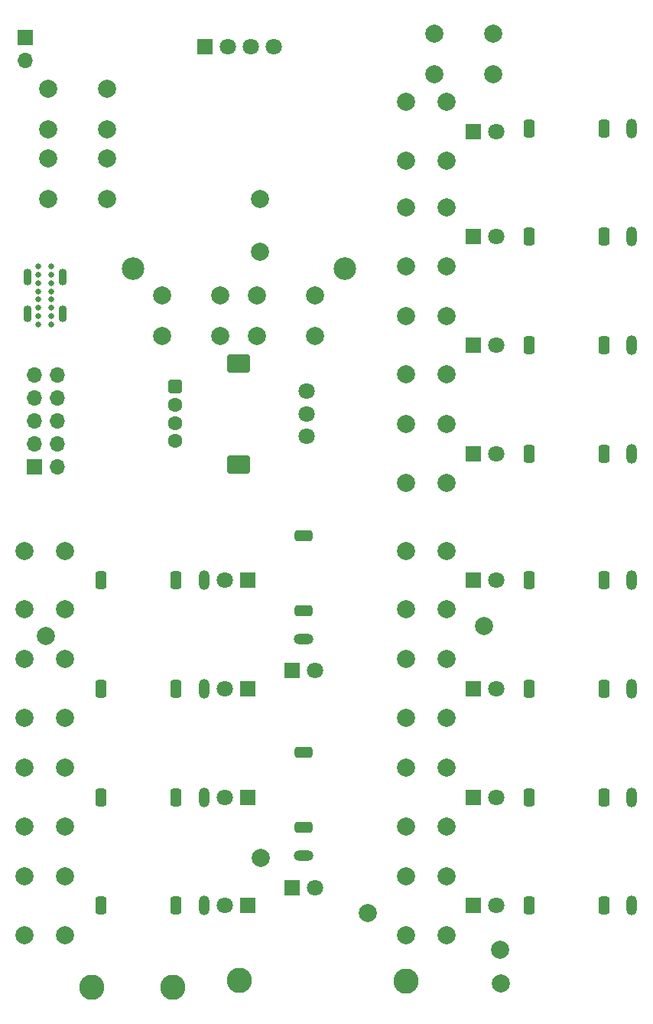
<source format=gbr>
%TF.GenerationSoftware,KiCad,Pcbnew,8.0.5*%
%TF.CreationDate,2025-01-19T15:26:33-08:00*%
%TF.ProjectId,main_board,6d61696e-5f62-46f6-9172-642e6b696361,1.0*%
%TF.SameCoordinates,Original*%
%TF.FileFunction,Soldermask,Top*%
%TF.FilePolarity,Negative*%
%FSLAX46Y46*%
G04 Gerber Fmt 4.6, Leading zero omitted, Abs format (unit mm)*
G04 Created by KiCad (PCBNEW 8.0.5) date 2025-01-19 15:26:33*
%MOMM*%
%LPD*%
G01*
G04 APERTURE LIST*
G04 Aperture macros list*
%AMRoundRect*
0 Rectangle with rounded corners*
0 $1 Rounding radius*
0 $2 $3 $4 $5 $6 $7 $8 $9 X,Y pos of 4 corners*
0 Add a 4 corners polygon primitive as box body*
4,1,4,$2,$3,$4,$5,$6,$7,$8,$9,$2,$3,0*
0 Add four circle primitives for the rounded corners*
1,1,$1+$1,$2,$3*
1,1,$1+$1,$4,$5*
1,1,$1+$1,$6,$7*
1,1,$1+$1,$8,$9*
0 Add four rect primitives between the rounded corners*
20,1,$1+$1,$2,$3,$4,$5,0*
20,1,$1+$1,$4,$5,$6,$7,0*
20,1,$1+$1,$6,$7,$8,$9,0*
20,1,$1+$1,$8,$9,$2,$3,0*%
G04 Aperture macros list end*
%ADD10R,1.800000X1.800000*%
%ADD11C,1.800000*%
%ADD12C,2.000000*%
%ADD13O,1.200000X2.200000*%
%ADD14RoundRect,0.300000X0.300000X-0.700000X0.300000X0.700000X-0.300000X0.700000X-0.300000X-0.700000X0*%
%ADD15O,2.200000X1.200000*%
%ADD16RoundRect,0.300000X-0.700000X-0.300000X0.700000X-0.300000X0.700000X0.300000X-0.700000X0.300000X0*%
%ADD17RoundRect,0.400000X0.400000X-0.400000X0.400000X0.400000X-0.400000X0.400000X-0.400000X-0.400000X0*%
%ADD18C,1.600000*%
%ADD19RoundRect,0.217391X1.032609X0.782609X-1.032609X0.782609X-1.032609X-0.782609X1.032609X-0.782609X0*%
%ADD20C,2.500000*%
%ADD21C,0.650000*%
%ADD22RoundRect,0.360000X-0.090000X0.540000X-0.090000X-0.540000X0.090000X-0.540000X0.090000X0.540000X0*%
%ADD23C,2.800000*%
%ADD24R,1.700000X1.700000*%
%ADD25O,1.700000X1.700000*%
G04 APERTURE END LIST*
D10*
X101720000Y-124000000D03*
D11*
X104260000Y-124000000D03*
D12*
X103900000Y-56000000D03*
X97400000Y-56000000D03*
X103900000Y-51500000D03*
X97400000Y-51500000D03*
X94220000Y-139250000D03*
X94220000Y-132750000D03*
X98720000Y-139250000D03*
X98720000Y-132750000D03*
X94220000Y-151250000D03*
X94220000Y-144750000D03*
X98720000Y-151250000D03*
X98720000Y-144750000D03*
D13*
X119250000Y-148000000D03*
D14*
X107850000Y-148000000D03*
X116150000Y-148000000D03*
D12*
X94220000Y-65600000D03*
X94220000Y-59100000D03*
X98720000Y-65600000D03*
X98720000Y-59100000D03*
D10*
X101720000Y-62350000D03*
D11*
X104260000Y-62350000D03*
D12*
X94220000Y-127250000D03*
X94220000Y-120750000D03*
X98720000Y-127250000D03*
X98720000Y-120750000D03*
D10*
X101720000Y-148000000D03*
D11*
X104260000Y-148000000D03*
D12*
X61100000Y-62100000D03*
X54600000Y-62100000D03*
X61100000Y-57600000D03*
X54600000Y-57600000D03*
D10*
X101720000Y-74000000D03*
D11*
X104260000Y-74000000D03*
D13*
X119250000Y-62000000D03*
D14*
X107850000Y-62000000D03*
X116150000Y-62000000D03*
D12*
X94220000Y-89250000D03*
X94220000Y-82750000D03*
X98720000Y-89250000D03*
X98720000Y-82750000D03*
D15*
X82870000Y-118480000D03*
D16*
X82870000Y-107080000D03*
X82870000Y-115380000D03*
D12*
X61100000Y-69800000D03*
X54600000Y-69800000D03*
X61100000Y-65300000D03*
X54600000Y-65300000D03*
X52000000Y-151250000D03*
X52000000Y-144750000D03*
X56500000Y-151250000D03*
X56500000Y-144750000D03*
D17*
X68700000Y-90600000D03*
D18*
X68700000Y-96600000D03*
D19*
X75700000Y-88000000D03*
X75700000Y-99200000D03*
D11*
X83200000Y-96100000D03*
X83200000Y-91100000D03*
X83200000Y-93600000D03*
D18*
X68700000Y-92600000D03*
X68700000Y-94600000D03*
D10*
X76690000Y-112000000D03*
D11*
X74150000Y-112000000D03*
D12*
X94220000Y-115250000D03*
X94220000Y-108750000D03*
X98720000Y-115250000D03*
X98720000Y-108750000D03*
X52000000Y-115250000D03*
X52000000Y-108750000D03*
X56500000Y-115250000D03*
X56500000Y-108750000D03*
D10*
X81600000Y-146000000D03*
D11*
X84140000Y-146000000D03*
D15*
X82870000Y-142480000D03*
D16*
X82870000Y-131080000D03*
X82870000Y-139380000D03*
D10*
X81600000Y-122000000D03*
D11*
X84140000Y-122000000D03*
D12*
X52000000Y-139250000D03*
X52000000Y-132750000D03*
X56500000Y-139250000D03*
X56500000Y-132750000D03*
D20*
X64050000Y-77500000D03*
D13*
X119250000Y-112000000D03*
D14*
X107850000Y-112000000D03*
X116150000Y-112000000D03*
D10*
X76690000Y-136000000D03*
D11*
X74150000Y-136000000D03*
D10*
X101720000Y-136000000D03*
D11*
X104260000Y-136000000D03*
D10*
X76690000Y-124000000D03*
D11*
X74150000Y-124000000D03*
D13*
X71850000Y-112000000D03*
D14*
X60450000Y-112000000D03*
X68750000Y-112000000D03*
D10*
X101720000Y-98000000D03*
D11*
X104260000Y-98000000D03*
D13*
X71850000Y-124000000D03*
D14*
X60450000Y-124000000D03*
X68750000Y-124000000D03*
D13*
X71850000Y-136000000D03*
D14*
X60450000Y-136000000D03*
X68750000Y-136000000D03*
D13*
X119250000Y-136000000D03*
D14*
X107850000Y-136000000D03*
X116150000Y-136000000D03*
D12*
X94220000Y-101250000D03*
X94220000Y-94750000D03*
X98720000Y-101250000D03*
X98720000Y-94750000D03*
D20*
X87450000Y-77500000D03*
D10*
X101720000Y-86000000D03*
D11*
X104260000Y-86000000D03*
D13*
X119250000Y-86000000D03*
D14*
X107850000Y-86000000D03*
X116150000Y-86000000D03*
D12*
X94220000Y-77250000D03*
X94220000Y-70750000D03*
X98720000Y-77250000D03*
X98720000Y-70750000D03*
D13*
X119250000Y-124000000D03*
D14*
X107850000Y-124000000D03*
X116150000Y-124000000D03*
D13*
X119250000Y-98000000D03*
D14*
X107850000Y-98000000D03*
X116150000Y-98000000D03*
D13*
X71850000Y-148000000D03*
D14*
X60450000Y-148000000D03*
X68750000Y-148000000D03*
D21*
X54950000Y-77250000D03*
X54950000Y-78200000D03*
X54950000Y-79150000D03*
X54950000Y-80050000D03*
X54950000Y-80950000D03*
X54950000Y-81850000D03*
X54950000Y-82800000D03*
X54950000Y-83750000D03*
X53550000Y-83750000D03*
X53550000Y-82800000D03*
X53550000Y-81850000D03*
X53550000Y-80950000D03*
X53550000Y-80050000D03*
X53550000Y-79150000D03*
X53550000Y-78200000D03*
X53550000Y-77250000D03*
D22*
X56180000Y-78500000D03*
X52320000Y-78500000D03*
X56180000Y-82500000D03*
X52320000Y-82500000D03*
D10*
X71940000Y-53000000D03*
D11*
X74480000Y-53000000D03*
X77020000Y-53000000D03*
X79560000Y-53000000D03*
D12*
X52000000Y-127250000D03*
X52000000Y-120750000D03*
X56500000Y-127250000D03*
X56500000Y-120750000D03*
D13*
X119250000Y-74000000D03*
D14*
X107850000Y-74000000D03*
X116150000Y-74000000D03*
D10*
X101720000Y-112000000D03*
D11*
X104260000Y-112000000D03*
D10*
X76690000Y-148000000D03*
D11*
X74150000Y-148000000D03*
D12*
X77700000Y-80500000D03*
X84200000Y-80500000D03*
X77700000Y-85000000D03*
X84200000Y-85000000D03*
X67200000Y-80500000D03*
X73700000Y-80500000D03*
X67200000Y-85000000D03*
X73700000Y-85000000D03*
D23*
X94210000Y-156320000D03*
D12*
X104680000Y-152870000D03*
X104710000Y-156570000D03*
D23*
X75750000Y-156260000D03*
D12*
X90040000Y-148790000D03*
D24*
X53100000Y-99500000D03*
D25*
X55640000Y-99500000D03*
X53100000Y-96960000D03*
X55640000Y-96960000D03*
X53100000Y-94420000D03*
X55640000Y-94420000D03*
X53100000Y-91880000D03*
X55640000Y-91880000D03*
X53100000Y-89340000D03*
X55640000Y-89340000D03*
D12*
X54370000Y-118140000D03*
X102830000Y-117090000D03*
X78050000Y-69850000D03*
D24*
X52040000Y-51930000D03*
D25*
X52040000Y-54470000D03*
D12*
X78050000Y-75650000D03*
D23*
X59400000Y-157000000D03*
D12*
X78170000Y-142690000D03*
D23*
X68375000Y-157000000D03*
M02*

</source>
